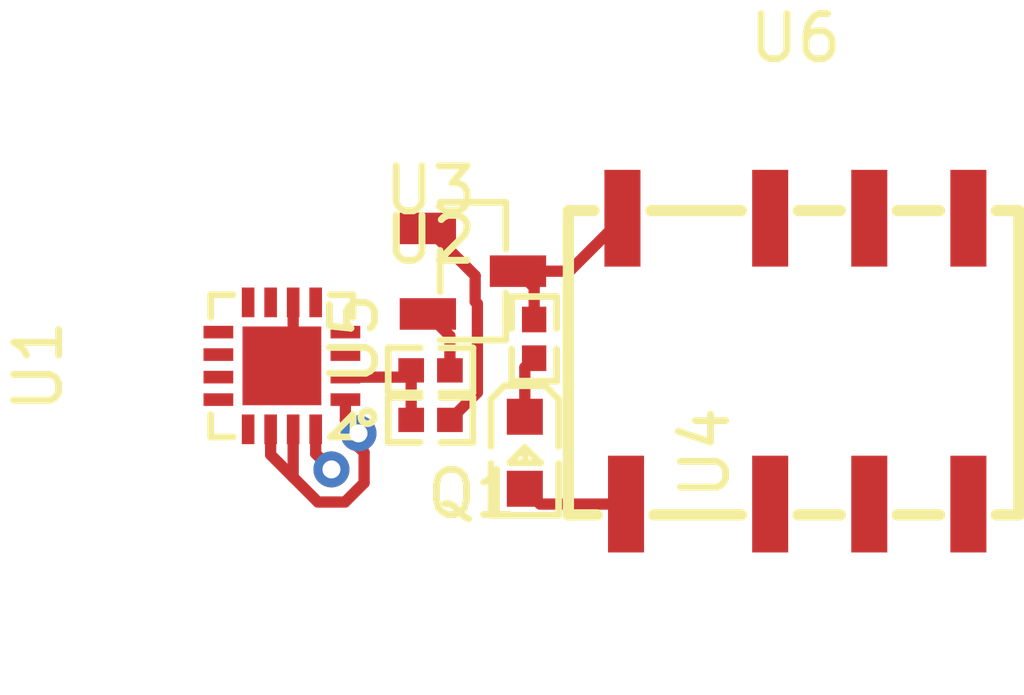
<source format=kicad_pcb>
(kicad_pcb (version 20240108) (generator "pcbnew") (generator_version "8.0")
  (layers (0 "F.Cu" signal) (31 "B.Cu" signal) (34 "B.Paste" user) (35 "F.Paste" user) (36 "B.SilkS" user "B.Silkscreen") (37 "F.SilkS" user "F.Silkscreen") (38 "B.Mask" user) (39 "F.Mask" user) (44 "Edge.Cuts" user))
  (net 0 "")
  (net 1 "gpio_expander-net-5")
  (net 2 "line-1")
  (net 3 "gpio_expander-net-4")
  (net 4 "hv-1")
  (net 5 "gpio_expander-net-6")
  (net 6 "gpio_expander-net-1")
  (net 7 "anode")
  (net 8 "input")
  (net 9 "gnd")
  (net 10 "INT")
  (net 11 "gpio_expander-net-3")
  (net 12 "VCCP")
  (net 13 "hv")
  (net 14 "line")
  (net 15 "gpio_expander-net")
  (net 16 "gnd-3")
  (net 17 "gnd-2")
  (net 18 "cathode")
  (net 19 "relay-gnd")
  (net 20 "gate")
  (net 21 "gpio_expander-net-2")
  (net 22 "gnd-1")
  (footprint "atopile:R0402-56259e" (layer "F.Cu") (at 126 92.7 0)
    (property "Reference" "U3" (at 0 -4 0) (layer "F.SilkS") (hide no))
    (property "Value" "1kΩ ±1% 62.5mW")
    (fp_line (start -0.94 -0.5) (end -0.23 -0.5) (stroke (width 0.15)) (layer "F.SilkS"))
    (fp_line (start -0.94 0.5) (end -0.94 -0.5) (stroke (width 0.15)) (layer "F.SilkS"))
    (fp_line (start -0.23 0.5) (end -0.94 0.5) (stroke (width 0.15)) (layer "F.SilkS"))
    (fp_line (start 0.23 0.5) (end 0.94 0.5) (stroke (width 0.15)) (layer "F.SilkS"))
    (fp_line (start 0.94 -0.5) (end 0.23 -0.5) (stroke (width 0.15)) (layer "F.SilkS"))
    (fp_line (start 0.94 0.5) (end 0.94 -0.5) (stroke (width 0.15)) (layer "F.SilkS"))
    (fp_text user "${REFERENCE}" (at 0 -4 0) (layer "F.SilkS"))
    (pad "1" smd rect (at -0.43 0 0) (size 0.57 0.54) (layers "F.Cu" "F.Paste" "F.Mask") (net 8 "input"))
    (pad "2" smd rect (at 0.43 0 0) (size 0.57 0.54) (layers "F.Cu" "F.Paste" "F.Mask") (net 17 "gnd-2"))
  )
  (footprint "lib:LED0603-RD" (layer "F.Cu") (at 128.092982 94.530537 -90)
    (property "Reference" "U4" (at 0 -4 90) (layer "F.SilkS") (hide no))
    (property "Value" "")
    (fp_line (start -0.14 0.75) (end -1.19 0.75) (stroke (width 0.15)) (layer "F.SilkS"))
    (fp_line (start 0.24 0.75) (end 1.39 0.75) (stroke (width 0.15)) (layer "F.SilkS"))
    (fp_line (start -1.49 0.45) (end -1.19 0.75) (stroke (width 0.15)) (layer "F.SilkS"))
    (fp_line (start -1.49 0.35) (end -1.49 0.45) (stroke (width 0.15)) (layer "F.SilkS"))
    (fp_line (start 0.21 0.33) (end -0.12 0) (stroke (width 0.15)) (layer "F.SilkS"))
    (fp_line (start 0.22 0.33) (end 0.21 0.33) (stroke (width 0.15)) (layer "F.SilkS"))
    (fp_line (start 0.22 0) (end -0.12 0) (stroke (width 0.15)) (layer "F.SilkS"))
    (fp_line (start 0.22 -0.34) (end -0.12 0) (stroke (width 0.15)) (layer "F.SilkS"))
    (fp_line (start -1.49 -0.35) (end -1.49 0.35) (stroke (width 0.15)) (layer "F.SilkS"))
    (fp_line (start -1.49 -0.35) (end -1.49 -0.45) (stroke (width 0.15)) (layer "F.SilkS"))
    (fp_line (start 0.22 -0.35) (end 0.22 0.33) (stroke (width 0.15)) (layer "F.SilkS"))
    (fp_line (start 0.22 -0.35) (end 0.22 -0.34) (stroke (width 0.15)) (layer "F.SilkS"))
    (fp_line (start -1.49 -0.45) (end -1.19 -0.75) (stroke (width 0.15)) (layer "F.SilkS"))
    (fp_line (start -0.14 -0.75) (end -1.19 -0.75) (stroke (width 0.15)) (layer "F.SilkS"))
    (fp_line (start 0.24 -0.75) (end 1.39 -0.75) (stroke (width 0.15)) (layer "F.SilkS"))
    (fp_line (start 1.39 -0.75) (end 1.39 0.73) (stroke (width 0.15)) (layer "F.SilkS"))
    (fp_text user "${REFERENCE}" (at 0 -4 -90) (layer "F.SilkS"))
    (pad "1" smd rect (at -0.8 0 0) (size 0.8 0.8) (layers "F.Cu" "F.Paste" "F.Mask") (net 18 "cathode"))
    (pad "2" smd rect (at 0.8 0 0) (size 0.8 0.8) (layers "F.Cu" "F.Paste" "F.Mask") (net 7 "anode"))
  )
  (footprint "lib:RELAY-SMD_HFD4-5-SR" (layer "F.Cu") (at 134.1 92.5 0)
    (property "Reference" "U6" (at 0 -7.18 0) (layer "F.SilkS") (hide no))
    (property "Value" "")
    (fp_line (start -5.04 -3.35) (end -4.47 -3.35) (stroke (width 0.25)) (layer "F.SilkS"))
    (fp_line (start -5.04 3.41) (end -5.04 -3.35) (stroke (width 0.25)) (layer "F.SilkS"))
    (fp_line (start -4.4 3.41) (end -5.04 3.41) (stroke (width 0.25)) (layer "F.SilkS"))
    (fp_line (start -3.21 -3.35) (end -1.2 -3.35) (stroke (width 0.25)) (layer "F.SilkS"))
    (fp_line (start -1.2 3.41) (end -3.14 3.41) (stroke (width 0.25)) (layer "F.SilkS"))
    (fp_line (start 0.06 -3.35) (end 1 -3.35) (stroke (width 0.25)) (layer "F.SilkS"))
    (fp_line (start 1 3.41) (end 0.06 3.41) (stroke (width 0.25)) (layer "F.SilkS"))
    (fp_line (start 2.26 -3.35) (end 3.2 -3.35) (stroke (width 0.25)) (layer "F.SilkS"))
    (fp_line (start 3.2 3.41) (end 2.26 3.41) (stroke (width 0.25)) (layer "F.SilkS"))
    (fp_line (start 4.46 -3.35) (end 4.96 -3.35) (stroke (width 0.25)) (layer "F.SilkS"))
    (fp_line (start 4.96 -3.35) (end 4.96 3.41) (stroke (width 0.25)) (layer "F.SilkS"))
    (fp_line (start 4.96 3.41) (end 4.46 3.41) (stroke (width 0.25)) (layer "F.SilkS"))
    (fp_text user "${REFERENCE}" (at 0 -7.18 0) (layer "F.SilkS"))
    (pad "1" smd rect (at -3.76 3.17 0) (size 0.8 2.15) (layers "F.Cu" "F.Paste" "F.Mask") (net 7 "anode"))
    (pad "2" smd rect (at -0.56 3.17 0) (size 0.8 2.15) (layers "F.Cu" "F.Paste" "F.Mask"))
    (pad "3" smd rect (at 1.64 3.17 0) (size 0.8 2.15) (layers "F.Cu" "F.Paste" "F.Mask") (net 9 "gnd"))
    (pad "4" smd rect (at 3.84 3.17 0) (size 0.8 2.15) (layers "F.Cu" "F.Paste" "F.Mask") (net 16 "gnd-3"))
    (pad "5" smd rect (at 3.84 -3.18 0) (size 0.8 2.15) (layers "F.Cu" "F.Paste" "F.Mask") (net 13 "hv"))
    (pad "6" smd rect (at 1.64 -3.18 0) (size 0.8 2.15) (layers "F.Cu" "F.Paste" "F.Mask") (net 4 "hv-1"))
    (pad "7" smd rect (at -0.56 -3.18 0) (size 0.8 2.15) (layers "F.Cu" "F.Paste" "F.Mask"))
    (pad "8" smd rect (at -3.84 -3.18 0) (size 0.8 2.15) (layers "F.Cu" "F.Paste" "F.Mask") (net 19 "relay-gnd"))
  )
  (footprint "lib:SOT-23-3_L2.9-W1.3-P1.90-LS2.4-BR" (layer "F.Cu") (at 126.940774 90.496502 180)
    (property "Reference" "Q1" (at 0 -4.95 0) (layer "F.SilkS") (hide no))
    (property "Value" "")
    (fp_line (start 0.73 1.53) (end -0.73 1.53) (stroke (width 0.15)) (layer "F.SilkS"))
    (fp_line (start 0.73 -0.46) (end 0.73 0.46) (stroke (width 0.15)) (layer "F.SilkS"))
    (fp_line (start 0.73 -1.53) (end -0.73 -1.53) (stroke (width 0.15)) (layer "F.SilkS"))
    (fp_line (start -0.73 1.53) (end -0.73 0.49) (stroke (width 0.15)) (layer "F.SilkS"))
    (fp_line (start -0.73 -1.53) (end -0.73 -0.49) (stroke (width 0.15)) (layer "F.SilkS"))
    (fp_text user "${REFERENCE}" (at 0 -4.95 180) (layer "F.SilkS"))
    (pad "1" smd rect (at 1 0.95 180) (size 1.25 0.7) (layers "F.Cu" "F.Paste" "F.Mask") (net 20 "gate"))
    (pad "2" smd rect (at 1 -0.95 180) (size 1.25 0.7) (layers "F.Cu" "F.Paste" "F.Mask") (net 17 "gnd-2"))
    (pad "3" smd rect (at -1 0 180) (size 1.25 0.7) (layers "F.Cu" "F.Paste" "F.Mask") (net 19 "relay-gnd"))
  )
  (footprint "lib:QFN-16_L3.0-W3.0-P0.50-BL-EP1.7" (layer "F.Cu") (at 122.7 92.6 90)
    (property "Reference" "U1" (at 0 -5.41 90) (layer "F.SilkS") (hide no))
    (property "Value" "")
    (fp_line (start 1.58 -1.58) (end 1.08 -1.58) (stroke (width 0.15)) (layer "F.SilkS"))
    (fp_line (start -1.58 -1.58) (end -1.08 -1.58) (stroke (width 0.15)) (layer "F.SilkS"))
    (fp_line (start 1.58 -1.08) (end 1.58 -1.58) (stroke (width 0.15)) (layer "F.SilkS"))
    (fp_line (start -1.58 -1.08) (end -1.58 -1.58) (stroke (width 0.15)) (layer "F.SilkS"))
    (fp_line (start 1.58 1.08) (end 1.58 1.58) (stroke (width 0.15)) (layer "F.SilkS"))
    (fp_line (start -1.58 1.08) (end -1.58 1.58) (stroke (width 0.15)) (layer "F.SilkS"))
    (fp_line (start 1.58 1.58) (end 1.08 1.58) (stroke (width 0.15)) (layer "F.SilkS"))
    (fp_line (start -1.08 1.58) (end -1.58 1.08) (stroke (width 0.15)) (layer "F.SilkS"))
    (fp_line (start -1.58 1.58) (end -1.08 1.58) (stroke (width 0.15)) (layer "F.SilkS"))
    (fp_circle (center -1.14 1.9) (end -1.07 1.9) (stroke (width 0.15)) (fill none) (layer "F.SilkS"))
    (fp_text user "${REFERENCE}" (at 0 -5.41 90) (layer "F.SilkS"))
    (pad "1" smd rect (at -0.75 1.41 90) (size 0.28 0.66) (layers "F.Cu" "F.Paste" "F.Mask") (net 12 "VCCP"))
    (pad "2" smd rect (at -0.25 1.41 90) (size 0.28 0.66) (layers "F.Cu" "F.Paste" "F.Mask") (net 8 "input"))
    (pad "3" smd rect (at 0.25 1.41 90) (size 0.28 0.66) (layers "F.Cu" "F.Paste" "F.Mask") (net 21 "gpio_expander-net-2"))
    (pad "4" smd rect (at 0.75 1.41 90) (size 0.28 0.66) (layers "F.Cu" "F.Paste" "F.Mask") (net 1 "gpio_expander-net-5"))
    (pad "5" smd rect (at 1.41 0.75 90) (size 0.66 0.28) (layers "F.Cu" "F.Paste" "F.Mask") (net 15 "gpio_expander-net"))
    (pad "6" smd rect (at 1.41 0.25 90) (size 0.66 0.28) (layers "F.Cu" "F.Paste" "F.Mask") (net 22 "gnd-1"))
    (pad "7" smd rect (at 1.41 -0.25 90) (size 0.66 0.28) (layers "F.Cu" "F.Paste" "F.Mask") (net 5 "gpio_expander-net-6"))
    (pad "8" smd rect (at 1.41 -0.75 90) (size 0.66 0.28) (layers "F.Cu" "F.Paste" "F.Mask") (net 11 "gpio_expander-net-3"))
    (pad "9" smd rect (at 0.75 -1.41 90) (size 0.28 0.66) (layers "F.Cu" "F.Paste" "F.Mask") (net 6 "gpio_expander-net-1"))
    (pad "10" smd rect (at 0.25 -1.41 90) (size 0.28 0.66) (layers "F.Cu" "F.Paste" "F.Mask") (net 3 "gpio_expander-net-4"))
    (pad "11" smd rect (at -0.25 -1.41 90) (size 0.28 0.66) (layers "F.Cu" "F.Paste" "F.Mask") (net 10 "INT"))
    (pad "12" smd rect (at -0.75 -1.41 90) (size 0.28 0.66) (layers "F.Cu" "F.Paste" "F.Mask") (net 2 "line-1"))
    (pad "13" smd rect (at -1.41 -0.75 90) (size 0.66 0.28) (layers "F.Cu" "F.Paste" "F.Mask") (net 14 "line"))
    (pad "14" smd rect (at -1.41 -0.25 90) (size 0.66 0.28) (layers "F.Cu" "F.Paste" "F.Mask") (net 12 "VCCP"))
    (pad "15" smd rect (at -1.41 0.25 90) (size 0.66 0.28) (layers "F.Cu" "F.Paste" "F.Mask") (net 12 "VCCP"))
    (pad "16" smd rect (at -1.41 0.75 90) (size 0.66 0.28) (layers "F.Cu" "F.Paste" "F.Mask") (net 22 "gnd-1"))
    (pad "17" smd rect (at 0 0 90) (size 1.75 1.75) (layers "F.Cu" "F.Paste" "F.Mask") (net 22 "gnd-1"))
  )
  (footprint "atopile:R0402-56259e" (layer "F.Cu") (at 128.3 92 90)
    (property "Reference" "U5" (at 0 -4 90) (layer "F.SilkS") (hide no))
    (property "Value" "1kΩ ±1% 62.5mW")
    (fp_line (start 0.94 -0.5) (end 0.23 -0.5) (stroke (width 0.15)) (layer "F.SilkS"))
    (fp_line (start -0.94 -0.5) (end -0.23 -0.5) (stroke (width 0.15)) (layer "F.SilkS"))
    (fp_line (start 0.94 0.5) (end 0.94 -0.5) (stroke (width 0.15)) (layer "F.SilkS"))
    (fp_line (start 0.23 0.5) (end 0.94 0.5) (stroke (width 0.15)) (layer "F.SilkS"))
    (fp_line (start -0.23 0.5) (end -0.94 0.5) (stroke (width 0.15)) (layer "F.SilkS"))
    (fp_line (start -0.94 0.5) (end -0.94 -0.5) (stroke (width 0.15)) (layer "F.SilkS"))
    (fp_text user "${REFERENCE}" (at 0 -4 90) (layer "F.SilkS"))
    (pad "1" smd rect (at -0.43 0 90) (size 0.57 0.54) (layers "F.Cu" "F.Paste" "F.Mask") (net 18 "cathode"))
    (pad "2" smd rect (at 0.43 0 90) (size 0.57 0.54) (layers "F.Cu" "F.Paste" "F.Mask") (net 19 "relay-gnd"))
  )
  (footprint "atopile:R0402-56259e" (layer "F.Cu") (at 126 93.8 0)
    (property "Reference" "U2" (at 0 -4 0) (layer "F.SilkS") (hide no))
    (property "Value" "10kΩ ±1% 62.5mW")
    (fp_line (start -0.94 -0.5) (end -0.23 -0.5) (stroke (width 0.15)) (layer "F.SilkS"))
    (fp_line (start -0.94 0.5) (end -0.94 -0.5) (stroke (width 0.15)) (layer "F.SilkS"))
    (fp_line (start -0.23 0.5) (end -0.94 0.5) (stroke (width 0.15)) (layer "F.SilkS"))
    (fp_line (start 0.23 0.5) (end 0.94 0.5) (stroke (width 0.15)) (layer "F.SilkS"))
    (fp_line (start 0.94 -0.5) (end 0.23 -0.5) (stroke (width 0.15)) (layer "F.SilkS"))
    (fp_line (start 0.94 0.5) (end 0.94 -0.5) (stroke (width 0.15)) (layer "F.SilkS"))
    (fp_text user "${REFERENCE}" (at 0 -4 0) (layer "F.SilkS"))
    (pad "1" smd rect (at -0.43 0 0) (size 0.57 0.54) (layers "F.Cu" "F.Paste" "F.Mask") (net 8 "input"))
    (pad "2" smd rect (at 0.43 0 0) (size 0.57 0.54) (layers "F.Cu" "F.Paste" "F.Mask") (net 20 "gate"))
  )
  (via (at 124.4 94.1) (size 0.8) (drill 0.4) (net 12) (layers "F.Cu" "B.Cu"))
  (via (at 123.8 94.9) (size 0.8) (drill 0.4) (net 22) (layers "F.Cu" "B.Cu"))
  (segment (start 130.34 95.67) (end 128.432445 95.67) (width 0.25) (layer "F.Cu") (net 7))
  (segment (start 128.432445 95.67) (end 128.092982 95.330537) (width 0.25) (layer "F.Cu") (net 7))
  (segment (start 125.42 92.85) (end 125.57 92.7) (width 0.25) (layer "F.Cu") (net 8))
  (segment (start 125.57 92.7) (end 125.57 93.8) (width 0.25) (layer "F.Cu") (net 8))
  (segment (start 124.11 92.85) (end 125.42 92.85) (width 0.25) (layer "F.Cu") (net 8))
  (segment (start 124.525 94.525) (end 124.525 95.200305) (width 0.25) (layer "F.Cu") (net 12))
  (segment (start 124.11 93.81) (end 124.4 94.1) (width 0.25) (layer "F.Cu") (net 12))
  (segment (start 123.499695 95.625) (end 122.95 95.075305) (width 0.25) (layer "F.Cu") (net 12))
  (segment (start 124.11 93.35) (end 124.11 93.81) (width 0.25) (layer "F.Cu") (net 12))
  (segment (start 124.100305 95.625) (end 123.499695 95.625) (width 0.25) (layer "F.Cu") (net 12))
  (segment (start 124.525 95.200305) (end 124.100305 95.625) (width 0.25) (layer "F.Cu") (net 12))
  (segment (start 122.45 94.575305) (end 122.95 95.075305) (width 0.25) (layer "F.Cu") (net 12))
  (segment (start 124.4 94.1) (end 124.4 94.4) (width 0.25) (layer "F.Cu") (net 12))
  (segment (start 122.95 95.075305) (end 122.95 94.01) (width 0.25) (layer "F.Cu") (net 12))
  (segment (start 124.4 94.4) (end 124.525 94.525) (width 0.25) (layer "F.Cu") (net 12))
  (segment (start 122.45 94.01) (end 122.45 94.575305) (width 0.25) (layer "F.Cu") (net 12))
  (segment (start 126.43 91.935728) (end 125.940774 91.446502) (width 0.25) (layer "F.Cu") (net 17))
  (segment (start 126.43 92.7) (end 126.43 91.935728) (width 0.25) (layer "F.Cu") (net 17))
  (segment (start 128.092982 93.730537) (end 128.092982 92.637018) (width 0.25) (layer "F.Cu") (net 18))
  (segment (start 128.092982 92.637018) (end 128.3 92.43) (width 0.25) (layer "F.Cu") (net 18))
  (segment (start 128.3 91.57) (end 128.3 90.855728) (width 0.25) (layer "F.Cu") (net 19))
  (segment (start 128.3 90.855728) (end 127.940774 90.496502) (width 0.25) (layer "F.Cu") (net 19))
  (segment (start 129.083498 90.496502) (end 130.26 89.32) (width 0.25) (layer "F.Cu") (net 19))
  (segment (start 127.940774 90.496502) (end 129.083498 90.496502) (width 0.25) (layer "F.Cu") (net 19))
  (segment (start 126.990774 91.171502) (end 126.990774 90.596502) (width 0.25) (layer "F.Cu") (net 20))
  (segment (start 127.04 91.220728) (end 126.990774 91.171502) (width 0.25) (layer "F.Cu") (net 20))
  (segment (start 126.990774 90.596502) (end 125.940774 89.546502) (width 0.25) (layer "F.Cu") (net 20))
  (segment (start 126.43 93.8) (end 127.04 93.19) (width 0.25) (layer "F.Cu") (net 20))
  (segment (start 127.04 93.19) (end 127.04 91.220728) (width 0.25) (layer "F.Cu") (net 20))
  (segment (start 123.45 94.55) (end 123.8 94.9) (width 0.25) (layer "F.Cu") (net 22))
  (segment (start 122.95 91.19) (end 122.95 92.35) (width 0.25) (layer "F.Cu") (net 22))
  (segment (start 123.45 94.01) (end 123.45 94.55) (width 0.25) (layer "F.Cu") (net 22))
  (segment (start 122.95 92.35) (end 122.7 92.6) (width 0.25) (layer "F.Cu") (net 22))
)
</source>
